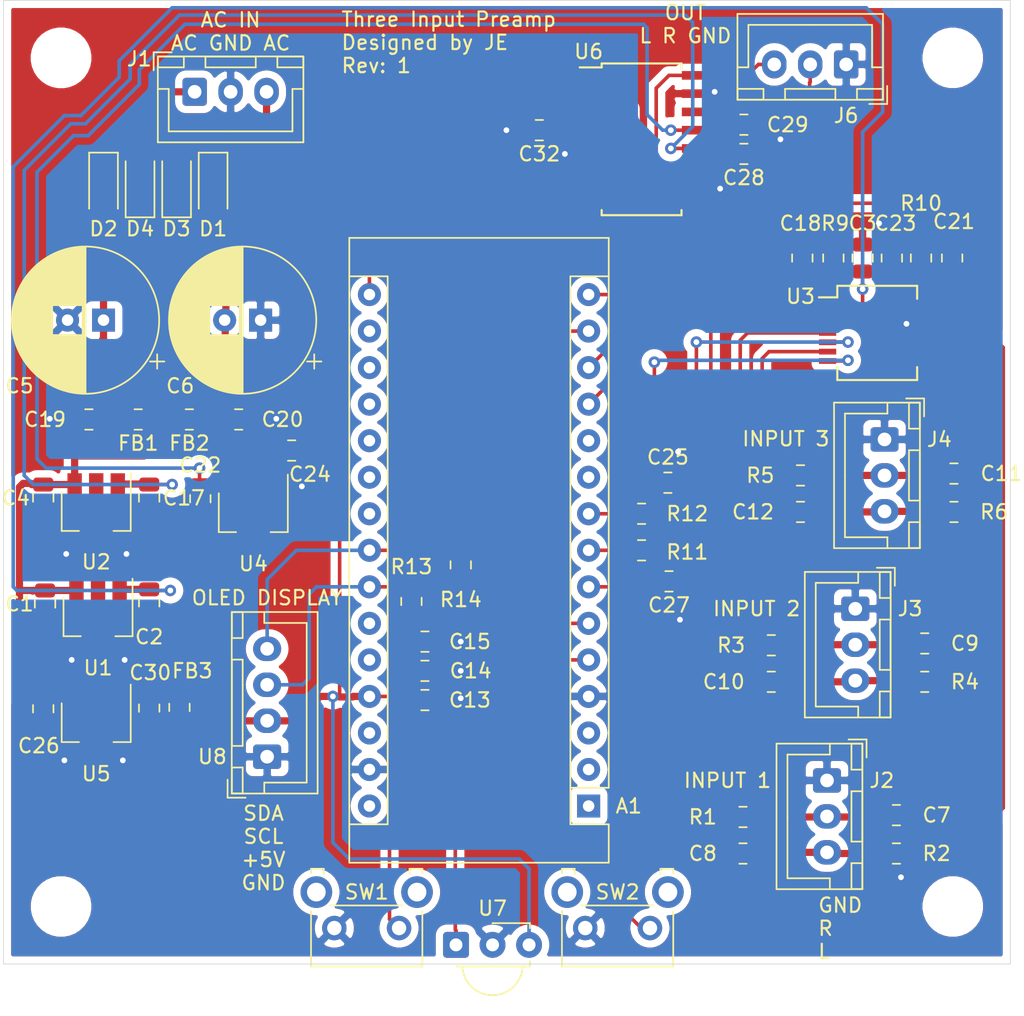
<source format=kicad_pcb>
(kicad_pcb (version 20171130) (host pcbnew 5.0.2-bee76a0~70~ubuntu18.04.1)
  (layers (0 F.Cu signal) (31 B.Cu signal) (34 B.Paste user) (35 F.Paste user) (36 B.SilkS user) (37 F.SilkS user) (38 B.Mask user) (39 F.Mask user) (44 Edge.Cuts user))
  (net 0 "")
  (net 1 /SCLK)
  (net 2 /MOSI)
  (net 3 "Net-(A1-Pad30)")
  (net 4 /MISO)
  (net 5 /CS)
  (net 6 "Net-(A1-Pad28)")
  (net 7 /ZCEN)
  (net 8 +5VD)
  (net 9 "Net-(A1-Pad11)")
  (net 10 "Net-(A1-Pad26)")
  (net 11 "Net-(A1-Pad10)")
  (net 12 "Net-(A1-Pad25)")
  (net 13 /Photodiode)
  (net 14 "Net-(A1-Pad24)")
  (net 15 /CNT2)
  (net 16 "Net-(A1-Pad23)")
  (net 17 /CNT1)
  (net 18 "Net-(A1-Pad22)")
  (net 19 /SWITCH2)
  (net 20 "Net-(A1-Pad21)")
  (net 21 /SWITCH1)
  (net 22 "Net-(A1-Pad20)")
  (net 23 "Net-(A1-Pad19)")
  (net 24 "Net-(A1-Pad3)")
  (net 25 "Net-(A1-Pad18)")
  (net 26 "Net-(A1-Pad2)")
  (net 27 "Net-(A1-Pad17)")
  (net 28 "Net-(A1-Pad1)")
  (net 29 /Unreg_pos)
  (net 30 +9VA)
  (net 31 GND)
  (net 32 /1_L)
  (net 33 /1_A)
  (net 34 /1_R)
  (net 35 /1_B)
  (net 36 /2_L)
  (net 37 /2_A)
  (net 38 /2_R)
  (net 39 /2_B)
  (net 40 /3_L)
  (net 41 /3_A)
  (net 42 /3_R)
  (net 43 /3_B)
  (net 44 +5VA)
  (net 45 -5VA)
  (net 46 "Net-(C23-Pad1)")
  (net 47 /Unreg_neg)
  (net 48 "Net-(D1-Pad1)")
  (net 49 "Net-(D2-Pad1)")
  (net 50 /Out_L)
  (net 51 /Out_R)
  (net 52 "Net-(U6-Pad8)")
  (net 53 "Net-(C18-Pad2)")
  (net 54 "Net-(C18-Pad1)")
  (net 55 "Net-(C21-Pad2)")
  (net 56 "Net-(C21-Pad1)")
  (net 57 "Net-(A1-Pad8)")
  (net 58 "Net-(U3-Pad8)")
  (net 59 "Net-(A1-Pad9)")
  (net 60 "Net-(C19-Pad1)")
  (net 61 "Net-(C20-Pad2)")
  (net 62 "Net-(C30-Pad2)")
  (module Capacitor_SMD:C_0805_2012Metric (layer F.Cu) (at 95.2985 116.586 180)
    (fp_text reference C15 (at -3.1265 0 180) (layer F.SilkS))
    (fp_text value 100n)
    (pad 2 smd roundrect (at 0.9375 0 180) (size 0.975 1.4) (layers F.Cu F.Paste F.Mask) (net 8 +5VD))
    (pad 1 smd roundrect (at -0.9375 0 180) (size 0.975 1.4) (layers F.Cu F.Paste F.Mask) (net 31 GND))
  )
  (module Capacitor_SMD:C_0805_2012Metric (layer F.Cu) (at 95.2985 118.618 180)
    (fp_text reference C14 (at -3.175 0 180) (layer F.SilkS))
    (fp_text value 4u7)
    (pad 2 smd roundrect (at 0.9375 0 180) (size 0.975 1.4) (layers F.Cu F.Paste F.Mask) (net 8 +5VD))
    (pad 1 smd roundrect (at -0.9375 0 180) (size 0.975 1.4) (layers F.Cu F.Paste F.Mask) (net 31 GND))
  )
  (module Capacitor_SMD:C_0805_2012Metric (layer F.Cu) (at 95.2985 120.65 180)
    (fp_text reference C13 (at -3.1265 0 180) (layer F.SilkS))
    (fp_text value 4u7)
    (pad 2 smd roundrect (at 0.9375 0 180) (size 0.975 1.4) (layers F.Cu F.Paste F.Mask) (net 8 +5VD))
    (pad 1 smd roundrect (at -0.9375 0 180) (size 0.975 1.4) (layers F.Cu F.Paste F.Mask) (net 31 GND))
  )
  (module MountingHole:MountingHole_3.2mm_M3 (layer F.Cu) (at 132 76)
    (fp_text reference H4 hide)
    (fp_text value MountingHole)
    (pad 1 np_thru_hole circle (at 0 0) (size 3.2 3.2) (drill 3.2) (layers *.Cu *.Mask))
  )
  (module MountingHole:MountingHole_3.2mm_M3 (layer F.Cu) (at 132 135)
    (fp_text reference H3 hide)
    (fp_text value MountingHole)
    (pad 1 np_thru_hole circle (at 0 0) (size 3.2 3.2) (drill 3.2) (layers *.Cu *.Mask))
  )
  (module MountingHole:MountingHole_3.2mm_M3 (layer F.Cu) (at 70 76)
    (fp_text reference H2 hide)
    (fp_text value MountingHole)
    (pad 1 np_thru_hole circle (at 0 0) (size 3.2 3.2) (drill 3.2) (layers *.Cu *.Mask))
  )
  (module MountingHole:MountingHole_3.2mm_M3 (layer F.Cu) (at 70 135)
    (fp_text reference H1 hide)
    (fp_text value MountingHole)
    (pad 1 np_thru_hole circle (at 0 0) (size 3.2 3.2) (drill 3.2) (layers *.Cu *.Mask))
  )
  (module Button_Switch_THT:SW_Tactile_SKHH_Angled (layer F.Cu) (at 93.5 136.5 180)
    (fp_text reference SW1 (at 2.25 2.5 180) (layer F.SilkS))
    (fp_text value SW_SPST)
    (pad "" thru_hole circle (at 5.75 2.5) (size 2.2 2.2) (drill 1.3) (layers *.Cu *.Mask))
    (pad "" thru_hole circle (at -1.25 2.5) (size 2.2 2.2) (drill 1.3) (layers *.Cu *.Mask))
    (pad 2 thru_hole circle (at 4.5 0) (size 1.7 1.7) (drill 1) (layers *.Cu *.Mask) (net 31 GND))
    (pad 1 thru_hole circle (at 0 0) (size 1.7 1.7) (drill 1) (layers *.Cu *.Mask) (net 21 /SWITCH1))
  )
  (module Button_Switch_THT:SW_Tactile_SKHH_Angled (layer F.Cu) (at 110.9445 136.5 180)
    (fp_text reference SW2 (at 2.25 2.5 180) (layer F.SilkS))
    (fp_text value SW_SPST)
    (pad "" thru_hole circle (at 5.75 2.5) (size 2.2 2.2) (drill 1.3) (layers *.Cu *.Mask))
    (pad "" thru_hole circle (at -1.25 2.5) (size 2.2 2.2) (drill 1.3) (layers *.Cu *.Mask))
    (pad 2 thru_hole circle (at 4.5 0) (size 1.7 1.7) (drill 1) (layers *.Cu *.Mask) (net 31 GND))
    (pad 1 thru_hole circle (at 0 0) (size 1.7 1.7) (drill 1) (layers *.Cu *.Mask) (net 19 /SWITCH2))
  )
  (module Inductor_SMD:L_0805_2012Metric (layer F.Cu) (at 78.232 121.158 270)
    (fp_text reference FB3 (at -2.54 -0.889) (layer F.SilkS))
    (fp_text value 1K)
    (pad 2 smd roundrect (at 0.9375 0 270) (size 0.975 1.4) (layers F.Cu F.Paste F.Mask) (net 8 +5VD))
    (pad 1 smd roundrect (at -0.9375 0 270) (size 0.975 1.4) (layers F.Cu F.Paste F.Mask) (net 62 "Net-(C30-Pad2)"))
  )
  (module Module:Arduino_Nano (layer F.Cu) (at 106.68 128.016 180)
    (fp_text reference A1 (at -2.794 0 180) (layer F.SilkS))
    (fp_text value Arduino_Nano_v3.x)
    (pad 16 thru_hole oval (at 15.24 35.56 180) (size 1.6 1.6) (drill 0.8) (layers *.Cu *.Mask) (net 1 /SCLK))
    (pad 15 thru_hole oval (at 0 35.56 180) (size 1.6 1.6) (drill 0.8) (layers *.Cu *.Mask) (net 2 /MOSI))
    (pad 30 thru_hole oval (at 15.24 0 180) (size 1.6 1.6) (drill 0.8) (layers *.Cu *.Mask) (net 3 "Net-(A1-Pad30)"))
    (pad 14 thru_hole oval (at 0 33.02 180) (size 1.6 1.6) (drill 0.8) (layers *.Cu *.Mask) (net 4 /MISO))
    (pad 29 thru_hole oval (at 15.24 2.54 180) (size 1.6 1.6) (drill 0.8) (layers *.Cu *.Mask) (net 31 GND))
    (pad 13 thru_hole oval (at 0 30.48 180) (size 1.6 1.6) (drill 0.8) (layers *.Cu *.Mask) (net 5 /CS))
    (pad 28 thru_hole oval (at 15.24 5.08 180) (size 1.6 1.6) (drill 0.8) (layers *.Cu *.Mask) (net 6 "Net-(A1-Pad28)"))
    (pad 12 thru_hole oval (at 0 27.94 180) (size 1.6 1.6) (drill 0.8) (layers *.Cu *.Mask) (net 7 /ZCEN))
    (pad 27 thru_hole oval (at 15.24 7.62 180) (size 1.6 1.6) (drill 0.8) (layers *.Cu *.Mask) (net 8 +5VD))
    (pad 11 thru_hole oval (at 0 25.4 180) (size 1.6 1.6) (drill 0.8) (layers *.Cu *.Mask) (net 9 "Net-(A1-Pad11)"))
    (pad 26 thru_hole oval (at 15.24 10.16 180) (size 1.6 1.6) (drill 0.8) (layers *.Cu *.Mask) (net 10 "Net-(A1-Pad26)"))
    (pad 10 thru_hole oval (at 0 22.86 180) (size 1.6 1.6) (drill 0.8) (layers *.Cu *.Mask) (net 11 "Net-(A1-Pad10)"))
    (pad 25 thru_hole oval (at 15.24 12.7 180) (size 1.6 1.6) (drill 0.8) (layers *.Cu *.Mask) (net 12 "Net-(A1-Pad25)"))
    (pad 9 thru_hole oval (at 0 20.32 180) (size 1.6 1.6) (drill 0.8) (layers *.Cu *.Mask) (net 59 "Net-(A1-Pad9)"))
    (pad 24 thru_hole oval (at 15.24 15.24 180) (size 1.6 1.6) (drill 0.8) (layers *.Cu *.Mask) (net 14 "Net-(A1-Pad24)"))
    (pad 8 thru_hole oval (at 0 17.78 180) (size 1.6 1.6) (drill 0.8) (layers *.Cu *.Mask) (net 57 "Net-(A1-Pad8)"))
    (pad 23 thru_hole oval (at 15.24 17.78 180) (size 1.6 1.6) (drill 0.8) (layers *.Cu *.Mask) (net 16 "Net-(A1-Pad23)"))
    (pad 7 thru_hole oval (at 0 15.24 180) (size 1.6 1.6) (drill 0.8) (layers *.Cu *.Mask) (net 19 /SWITCH2))
    (pad 22 thru_hole oval (at 15.24 20.32 180) (size 1.6 1.6) (drill 0.8) (layers *.Cu *.Mask) (net 18 "Net-(A1-Pad22)"))
    (pad 6 thru_hole oval (at 0 12.7 180) (size 1.6 1.6) (drill 0.8) (layers *.Cu *.Mask) (net 21 /SWITCH1))
    (pad 21 thru_hole oval (at 15.24 22.86 180) (size 1.6 1.6) (drill 0.8) (layers *.Cu *.Mask) (net 20 "Net-(A1-Pad21)"))
    (pad 5 thru_hole oval (at 0 10.16 180) (size 1.6 1.6) (drill 0.8) (layers *.Cu *.Mask) (net 13 /Photodiode))
    (pad 20 thru_hole oval (at 15.24 25.4 180) (size 1.6 1.6) (drill 0.8) (layers *.Cu *.Mask) (net 22 "Net-(A1-Pad20)"))
    (pad 4 thru_hole oval (at 0 7.62 180) (size 1.6 1.6) (drill 0.8) (layers *.Cu *.Mask) (net 31 GND))
    (pad 19 thru_hole oval (at 15.24 27.94 180) (size 1.6 1.6) (drill 0.8) (layers *.Cu *.Mask) (net 23 "Net-(A1-Pad19)"))
    (pad 3 thru_hole oval (at 0 5.08 180) (size 1.6 1.6) (drill 0.8) (layers *.Cu *.Mask) (net 24 "Net-(A1-Pad3)"))
    (pad 18 thru_hole oval (at 15.24 30.48 180) (size 1.6 1.6) (drill 0.8) (layers *.Cu *.Mask) (net 25 "Net-(A1-Pad18)"))
    (pad 2 thru_hole oval (at 0 2.54 180) (size 1.6 1.6) (drill 0.8) (layers *.Cu *.Mask) (net 26 "Net-(A1-Pad2)"))
    (pad 17 thru_hole oval (at 15.24 33.02 180) (size 1.6 1.6) (drill 0.8) (layers *.Cu *.Mask) (net 27 "Net-(A1-Pad17)"))
    (pad 1 thru_hole rect (at 0 0 180) (size 1.6 1.6) (drill 0.8) (layers *.Cu *.Mask) (net 28 "Net-(A1-Pad1)"))
  )
  (module Resistor_SMD:R_0805_2012Metric (layer F.Cu) (at 110.363 107.696)
    (fp_text reference R12 (at 3.175 0) (layer F.SilkS))
    (fp_text value 100K)
    (pad 2 smd roundrect (at 0.9375 0) (size 0.975 1.4) (layers F.Cu F.Paste F.Mask) (net 15 /CNT2))
    (pad 1 smd roundrect (at -0.9375 0) (size 0.975 1.4) (layers F.Cu F.Paste F.Mask) (net 59 "Net-(A1-Pad9)"))
  )
  (module Package_SO:SSOP-14_5.3x6.2mm_P0.65mm (layer F.Cu) (at 126.746 95.123)
    (fp_text reference U3 (at -5.334 -2.54) (layer F.SilkS))
    (fp_text value NJM2753)
    (pad 14 smd rect (at 3.45 -1.95) (size 1.2 0.4) (layers F.Cu F.Paste F.Mask) (net 56 "Net-(C21-Pad1)"))
    (pad 13 smd rect (at 3.45 -1.3) (size 1.2 0.4) (layers F.Cu F.Paste F.Mask) (net 35 /1_B))
    (pad 12 smd rect (at 3.45 -0.65) (size 1.2 0.4) (layers F.Cu F.Paste F.Mask) (net 31 GND))
    (pad 11 smd rect (at 3.45 0) (size 1.2 0.4) (layers F.Cu F.Paste F.Mask) (net 39 /2_B))
    (pad 10 smd rect (at 3.45 0.65) (size 1.2 0.4) (layers F.Cu F.Paste F.Mask) (net 46 "Net-(C23-Pad1)"))
    (pad 9 smd rect (at 3.45 1.3) (size 1.2 0.4) (layers F.Cu F.Paste F.Mask) (net 43 /3_B))
    (pad 8 smd rect (at 3.45 1.95) (size 1.2 0.4) (layers F.Cu F.Paste F.Mask) (net 58 "Net-(U3-Pad8)"))
    (pad 7 smd rect (at -3.45 1.95) (size 1.2 0.4) (layers F.Cu F.Paste F.Mask) (net 15 /CNT2))
    (pad 6 smd rect (at -3.45 1.3) (size 1.2 0.4) (layers F.Cu F.Paste F.Mask) (net 41 /3_A))
    (pad 5 smd rect (at -3.45 0.65) (size 1.2 0.4) (layers F.Cu F.Paste F.Mask) (net 17 /CNT1))
    (pad 4 smd rect (at -3.45 0) (size 1.2 0.4) (layers F.Cu F.Paste F.Mask) (net 37 /2_A))
    (pad 3 smd rect (at -3.45 -0.65) (size 1.2 0.4) (layers F.Cu F.Paste F.Mask) (net 30 +9VA))
    (pad 2 smd rect (at -3.45 -1.3) (size 1.2 0.4) (layers F.Cu F.Paste F.Mask) (net 33 /1_A))
    (pad 1 smd rect (at -3.45 -1.95) (size 1.2 0.4) (layers F.Cu F.Paste F.Mask) (net 53 "Net-(C18-Pad2)"))
  )
  (module Connector_JST:JST_XH_B4B-XH-A_1x04_P2.50mm_Vertical (layer F.Cu) (at 84.328 124.587 90)
    (fp_text reference U8 (at 0 -3.81 180) (layer F.SilkS))
    (fp_text value OLED_128x64)
    (pad 4 thru_hole oval (at 7.5 0 90) (size 1.7 1.95) (drill 0.95) (layers *.Cu *.Mask) (net 16 "Net-(A1-Pad23)"))
    (pad 3 thru_hole oval (at 5 0 90) (size 1.7 1.95) (drill 0.95) (layers *.Cu *.Mask) (net 14 "Net-(A1-Pad24)"))
    (pad 2 thru_hole oval (at 2.5 0 90) (size 1.7 1.95) (drill 0.95) (layers *.Cu *.Mask) (net 8 +5VD))
    (pad 1 thru_hole roundrect (at 0 0 90) (size 1.7 1.95) (drill 0.95) (layers *.Cu *.Mask) (roundrect_rratio 0.147059) (net 31 GND))
  )
  (module Resistor_SMD:R_0805_2012Metric (layer F.Cu) (at 97.79 111.252 90)
    (fp_text reference R14 (at -2.413 0 180) (layer F.SilkS))
    (fp_text value 10K)
    (pad 2 smd roundrect (at 0.9375 0 90) (size 0.975 1.4) (layers F.Cu F.Paste F.Mask) (net 16 "Net-(A1-Pad23)"))
    (pad 1 smd roundrect (at -0.9375 0 90) (size 0.975 1.4) (layers F.Cu F.Paste F.Mask) (net 8 +5VD))
  )
  (module Resistor_SMD:R_0805_2012Metric (layer F.Cu) (at 94.361 113.792 90)
    (fp_text reference R13 (at 2.413 0 180) (layer F.SilkS))
    (fp_text value 10K)
    (pad 2 smd roundrect (at 0.9375 0 90) (size 0.975 1.4) (layers F.Cu F.Paste F.Mask) (net 14 "Net-(A1-Pad24)"))
    (pad 1 smd roundrect (at -0.9375 0 90) (size 0.975 1.4) (layers F.Cu F.Paste F.Mask) (net 8 +5VD))
  )
  (module Capacitor_SMD:C_0805_2012Metric (layer F.Cu) (at 121.412 107.569 180)
    (fp_text reference C12 (at 3.302 0 180) (layer F.SilkS))
    (fp_text value 1u)
    (pad 1 smd roundrect (at -0.9375 0 180) (size 0.975 1.4) (layers F.Cu F.Paste F.Mask) (net 40 /3_L))
    (pad 2 smd roundrect (at 0.9375 0 180) (size 0.975 1.4) (layers F.Cu F.Paste F.Mask) (net 41 /3_A))
  )
  (module Capacitor_SMD:C_0805_2012Metric (layer F.Cu) (at 132.08 104.902)
    (fp_text reference C11 (at 3.302 0) (layer F.SilkS))
    (fp_text value 1u)
    (pad 1 smd roundrect (at -0.9375 0) (size 0.975 1.4) (layers F.Cu F.Paste F.Mask) (net 42 /3_R))
    (pad 2 smd roundrect (at 0.9375 0) (size 0.975 1.4) (layers F.Cu F.Paste F.Mask) (net 43 /3_B))
  )
  (module Capacitor_SMD:C_0805_2012Metric (layer F.Cu) (at 119.38 119.38 180)
    (fp_text reference C10 (at 3.302 0 180) (layer F.SilkS))
    (fp_text value 1u)
    (pad 1 smd roundrect (at -0.9375 0 180) (size 0.975 1.4) (layers F.Cu F.Paste F.Mask) (net 36 /2_L))
    (pad 2 smd roundrect (at 0.9375 0 180) (size 0.975 1.4) (layers F.Cu F.Paste F.Mask) (net 37 /2_A))
  )
  (module Capacitor_SMD:C_0805_2012Metric (layer F.Cu) (at 130.048 116.713)
    (fp_text reference C9 (at 2.794 0) (layer F.SilkS))
    (fp_text value 1u)
    (pad 1 smd roundrect (at -0.9375 0) (size 0.975 1.4) (layers F.Cu F.Paste F.Mask) (net 38 /2_R))
    (pad 2 smd roundrect (at 0.9375 0) (size 0.975 1.4) (layers F.Cu F.Paste F.Mask) (net 39 /2_B))
  )
  (module Capacitor_SMD:C_0805_2012Metric (layer F.Cu) (at 117.412 131.318 180)
    (fp_text reference C8 (at 2.794 0 180) (layer F.SilkS))
    (fp_text value 1u)
    (pad 1 smd roundrect (at -0.9375 0 180) (size 0.975 1.4) (layers F.Cu F.Paste F.Mask) (net 32 /1_L))
    (pad 2 smd roundrect (at 0.9375 0 180) (size 0.975 1.4) (layers F.Cu F.Paste F.Mask) (net 33 /1_A))
  )
  (module Capacitor_SMD:C_0805_2012Metric (layer F.Cu) (at 128.08 128.651)
    (fp_text reference C7 (at 2.794 0) (layer F.SilkS))
    (fp_text value 1u)
    (pad 1 smd roundrect (at -0.9375 0) (size 0.975 1.4) (layers F.Cu F.Paste F.Mask) (net 34 /1_R))
    (pad 2 smd roundrect (at 0.9375 0) (size 0.975 1.4) (layers F.Cu F.Paste F.Mask) (net 35 /1_B))
  )
  (module Resistor_SMD:R_0805_2012Metric (layer F.Cu) (at 110.363 110.236 180)
    (fp_text reference R11 (at -3.175 -0.127 180) (layer F.SilkS))
    (fp_text value 100K)
    (pad 2 smd roundrect (at 0.9375 0 180) (size 0.975 1.4) (layers F.Cu F.Paste F.Mask) (net 57 "Net-(A1-Pad8)"))
    (pad 1 smd roundrect (at -0.9375 0 180) (size 0.975 1.4) (layers F.Cu F.Paste F.Mask) (net 17 /CNT1))
  )
  (module Capacitor_SMD:C_0805_2012Metric (layer F.Cu) (at 112.268 112.395)
    (fp_text reference C27 (at 0 1.651) (layer F.SilkS))
    (fp_text value 1u)
    (pad 2 smd roundrect (at 0.9375 0) (size 0.975 1.4) (layers F.Cu F.Paste F.Mask) (net 31 GND))
    (pad 1 smd roundrect (at -0.9375 0) (size 0.975 1.4) (layers F.Cu F.Paste F.Mask) (net 17 /CNT1))
  )
  (module Capacitor_SMD:C_0805_2012Metric (layer F.Cu) (at 112.1895 105.537 180)
    (fp_text reference C25 (at 0 1.778 180) (layer F.SilkS))
    (fp_text value 1u)
    (pad 2 smd roundrect (at 0.9375 0 180) (size 0.975 1.4) (layers F.Cu F.Paste F.Mask) (net 15 /CNT2))
    (pad 1 smd roundrect (at -0.9375 0 180) (size 0.975 1.4) (layers F.Cu F.Paste F.Mask) (net 31 GND))
  )
  (module Capacitor_SMD:C_0805_2012Metric (layer F.Cu) (at 131.953 89.916 90)
    (fp_text reference C21 (at 2.54 0.127 180) (layer F.SilkS))
    (fp_text value 4u7)
    (pad 2 smd roundrect (at 0.9375 0 90) (size 0.975 1.4) (layers F.Cu F.Paste F.Mask) (net 55 "Net-(C21-Pad2)"))
    (pad 1 smd roundrect (at -0.9375 0 90) (size 0.975 1.4) (layers F.Cu F.Paste F.Mask) (net 56 "Net-(C21-Pad1)"))
  )
  (module Capacitor_SMD:C_0805_2012Metric (layer F.Cu) (at 121.539 89.916 270)
    (fp_text reference C18 (at -2.413 0.127) (layer F.SilkS))
    (fp_text value 4u7)
    (pad 2 smd roundrect (at 0.9375 0 270) (size 0.975 1.4) (layers F.Cu F.Paste F.Mask) (net 53 "Net-(C18-Pad2)"))
    (pad 1 smd roundrect (at -0.9375 0 270) (size 0.975 1.4) (layers F.Cu F.Paste F.Mask) (net 54 "Net-(C18-Pad1)"))
  )
  (module OptoDevice:Vishay_MINICAST-3Pin (layer F.Cu) (at 97.46 137.668)
    (fp_text reference U7 (at 2.54 -2.54 180) (layer F.SilkS))
    (fp_text value TSOP38438)
    (pad 3 thru_hole circle (at 5.08 0) (size 1.8 1.8) (drill 0.9) (layers *.Cu *.Mask) (net 8 +5VD))
    (pad 2 thru_hole circle (at 2.54 0) (size 1.8 1.8) (drill 0.9) (layers *.Cu *.Mask) (net 31 GND))
    (pad 1 thru_hole roundrect (at 0 0) (size 1.8 1.8) (drill 0.9) (layers *.Cu *.Mask) (roundrect_rratio 0.139) (net 13 /Photodiode))
  )
  (module Package_SO:SOIC-16W_5.3x10.2mm_P1.27mm (layer F.Cu) (at 110.363 81.661)
    (fp_text reference U6 (at -3.683 -6.096) (layer F.SilkS))
    (fp_text value PGA2311)
    (pad 16 smd rect (at 3.55 -4.445) (size 1.5 0.6) (layers F.Cu F.Paste F.Mask) (net 54 "Net-(C18-Pad1)"))
    (pad 15 smd rect (at 3.55 -3.175) (size 1.5 0.6) (layers F.Cu F.Paste F.Mask) (net 31 GND))
    (pad 14 smd rect (at 3.55 -1.905) (size 1.5 0.6) (layers F.Cu F.Paste F.Mask) (net 50 /Out_L))
    (pad 13 smd rect (at 3.55 -0.635) (size 1.5 0.6) (layers F.Cu F.Paste F.Mask) (net 45 -5VA))
    (pad 12 smd rect (at 3.55 0.635) (size 1.5 0.6) (layers F.Cu F.Paste F.Mask) (net 44 +5VA))
    (pad 11 smd rect (at 3.55 1.905) (size 1.5 0.6) (layers F.Cu F.Paste F.Mask) (net 51 /Out_R))
    (pad 10 smd rect (at 3.55 3.175) (size 1.5 0.6) (layers F.Cu F.Paste F.Mask) (net 31 GND))
    (pad 9 smd rect (at 3.55 4.445) (size 1.5 0.6) (layers F.Cu F.Paste F.Mask) (net 55 "Net-(C21-Pad2)"))
    (pad 8 smd rect (at -3.55 4.445) (size 1.5 0.6) (layers F.Cu F.Paste F.Mask) (net 52 "Net-(U6-Pad8)"))
    (pad 7 smd rect (at -3.55 3.175) (size 1.5 0.6) (layers F.Cu F.Paste F.Mask) (net 4 /MISO))
    (pad 6 smd rect (at -3.55 1.905) (size 1.5 0.6) (layers F.Cu F.Paste F.Mask) (net 1 /SCLK))
    (pad 5 smd rect (at -3.55 0.635) (size 1.5 0.6) (layers F.Cu F.Paste F.Mask) (net 31 GND))
    (pad 4 smd rect (at -3.55 -0.635) (size 1.5 0.6) (layers F.Cu F.Paste F.Mask) (net 8 +5VD))
    (pad 3 smd rect (at -3.55 -1.905) (size 1.5 0.6) (layers F.Cu F.Paste F.Mask) (net 2 /MOSI))
    (pad 2 smd rect (at -3.55 -3.175) (size 1.5 0.6) (layers F.Cu F.Paste F.Mask) (net 5 /CS))
    (pad 1 smd rect (at -3.55 -4.445) (size 1.5 0.6) (layers F.Cu F.Paste F.Mask) (net 7 /ZCEN))
  )
  (module Package_TO_SOT_SMD:SOT-89-3 (layer F.Cu) (at 72.444 121.7902 270)
    (fp_text reference U5 (at 3.9878 0) (layer F.SilkS))
    (fp_text value L78L05_SOT89)
    (pad 2 smd trapezoid (at -0.0762 0) (size 1.5 1) (rect_delta 0 0.7) (layers F.Cu F.Paste F.Mask) (net 31 GND))
    (pad 2 smd rect (at 1.3335 0 180) (size 2.2 1.84) (layers F.Cu F.Paste F.Mask) (net 31 GND))
    (pad 3 smd rect (at -1.48 1.5 180) (size 1 1.5) (layers F.Cu F.Paste F.Mask) (net 29 /Unreg_pos))
    (pad 2 smd rect (at -1.3335 0 180) (size 1 1.8) (layers F.Cu F.Paste F.Mask) (net 31 GND))
    (pad 1 smd rect (at -1.48 -1.5 180) (size 1 1.5) (layers F.Cu F.Paste F.Mask) (net 62 "Net-(C30-Pad2)"))
    (pad 2 smd trapezoid (at 2.667 0 180) (size 1.6 0.85) (rect_delta 0 0.6) (layers F.Cu F.Paste F.Mask) (net 31 GND))
  )
  (module Package_TO_SOT_SMD:SOT-89-3 (layer F.Cu) (at 83.366 107.192 270)
    (fp_text reference U4 (at 3.981 0) (layer F.SilkS))
    (fp_text value L79L05_SOT89)
    (pad 2 smd trapezoid (at -0.0762 0) (size 1.5 1) (rect_delta 0 0.7) (layers F.Cu F.Paste F.Mask) (net 47 /Unreg_neg))
    (pad 2 smd rect (at 1.3335 0 180) (size 2.2 1.84) (layers F.Cu F.Paste F.Mask) (net 47 /Unreg_neg))
    (pad 3 smd rect (at -1.48 1.5 180) (size 1 1.5) (layers F.Cu F.Paste F.Mask) (net 45 -5VA))
    (pad 2 smd rect (at -1.3335 0 180) (size 1 1.8) (layers F.Cu F.Paste F.Mask) (net 47 /Unreg_neg))
    (pad 1 smd rect (at -1.48 -1.5 180) (size 1 1.5) (layers F.Cu F.Paste F.Mask) (net 31 GND))
    (pad 2 smd trapezoid (at 2.667 0 180) (size 1.6 0.85) (rect_delta 0 0.6) (layers F.Cu F.Paste F.Mask) (net 47 /Unreg_neg))
  )
  (module Package_TO_SOT_SMD:SOT-89-3 (layer F.Cu) (at 72.444 107.109 270)
    (fp_text reference U2 (at 3.937 0) (layer F.SilkS))
    (fp_text value L78L05_SOT89)
    (pad 2 smd trapezoid (at -0.0762 0) (size 1.5 1) (rect_delta 0 0.7) (layers F.Cu F.Paste F.Mask) (net 31 GND))
    (pad 2 smd rect (at 1.3335 0 180) (size 2.2 1.84) (layers F.Cu F.Paste F.Mask) (net 31 GND))
    (pad 3 smd rect (at -1.48 1.5 180) (size 1 1.5) (layers F.Cu F.Paste F.Mask) (net 29 /Unreg_pos))
    (pad 2 smd rect (at -1.3335 0 180) (size 1 1.8) (layers F.Cu F.Paste F.Mask) (net 31 GND))
    (pad 1 smd rect (at -1.48 -1.5 180) (size 1 1.5) (layers F.Cu F.Paste F.Mask) (net 44 +5VA))
    (pad 2 smd trapezoid (at 2.667 0 180) (size 1.6 0.85) (rect_delta 0 0.6) (layers F.Cu F.Paste F.Mask) (net 31 GND))
  )
  (module Package_TO_SOT_SMD:SOT-89-3 (layer F.Cu) (at 72.571 114.431 270)
    (fp_text reference U1 (at 3.981 0) (layer F.SilkS))
    (fp_text value L78L09_SOT89)
    (pad 2 smd trapezoid (at -0.0762 0) (size 1.5 1) (rect_delta 0 0.7) (layers F.Cu F.Paste F.Mask) (net 31 GND))
    (pad 2 smd rect (at 1.3335 0 180) (size 2.2 1.84) (layers F.Cu F.Paste F.Mask) (net 31 GND))
    (pad 3 smd rect (at -1.48 1.5 180) (size 1 1.5) (layers F.Cu F.Paste F.Mask) (net 29 /Unreg_pos))
    (pad 2 smd rect (at -1.3335 0 180) (size 1 1.8) (layers F.Cu F.Paste F.Mask) (net 31 GND))
    (pad 1 smd rect (at -1.48 -1.5 180) (size 1 1.5) (layers F.Cu F.Paste F.Mask) (net 30 +9VA))
    (pad 2 smd trapezoid (at 2.667 0 180) (size 1.6 0.85) (rect_delta 0 0.6) (layers F.Cu F.Paste F.Mask) (net 31 GND))
  )
  (module Resistor_SMD:R_0805_2012Metric (layer F.Cu) (at 129.794 89.916 90)
    (fp_text reference R10 (at 3.81 0 180) (layer F.SilkS))
    (fp_text value 100K)
    (pad 2 smd roundrect (at 0.9375 0 90) (size 0.975 1.4) (layers F.Cu F.Paste F.Mask) (net 31 GND))
    (pad 1 smd roundrect (at -0.9375 0 90) (size 0.975 1.4) (layers F.Cu F.Paste F.Mask) (net 56 "Net-(C21-Pad1)"))
  )
  (module Resistor_SMD:R_0805_2012Metric (layer F.Cu) (at 123.698 89.916 90)
    (fp_text reference R9 (at 2.413 0.127 180) (layer F.SilkS))
    (fp_text value 100K)
    (pad 2 smd roundrect (at 0.9375 0 90) (size 0.975 1.4) (layers F.Cu F.Paste F.Mask) (net 31 GND))
    (pad 1 smd roundrect (at -0.9375 0 90) (size 0.975 1.4) (layers F.Cu F.Paste F.Mask) (net 53 "Net-(C18-Pad2)"))
  )
  (module Resistor_SMD:R_0805_2012Metric (layer F.Cu) (at 132.08 107.569)
    (fp_text reference R6 (at 2.794 0) (layer F.SilkS))
    (fp_text value 47K)
    (pad 2 smd roundrect (at 0.9375 0) (size 0.975 1.4) (layers F.Cu F.Paste F.Mask) (net 31 GND))
    (pad 1 smd roundrect (at -0.9375 0) (size 0.975 1.4) (layers F.Cu F.Paste F.Mask) (net 40 /3_L))
  )
  (module Resistor_SMD:R_0805_2012Metric (layer F.Cu) (at 121.412 105.029 180)
    (fp_text reference R5 (at 2.794 0 180) (layer F.SilkS))
    (fp_text value 47K)
    (pad 2 smd roundrect (at 0.9375 0 180) (size 0.975 1.4) (layers F.Cu F.Paste F.Mask) (net 31 GND))
    (pad 1 smd roundrect (at -0.9375 0 180) (size 0.975 1.4) (layers F.Cu F.Paste F.Mask) (net 42 /3_R))
  )
  (module Resistor_SMD:R_0805_2012Metric (layer F.Cu) (at 130.048 119.38)
    (fp_text reference R4 (at 2.794 0) (layer F.SilkS))
    (fp_text value 47K)
    (pad 2 smd roundrect (at 0.9375 0) (size 0.975 1.4) (layers F.Cu F.Paste F.Mask) (net 31 GND))
    (pad 1 smd roundrect (at -0.9375 0) (size 0.975 1.4) (layers F.Cu F.Paste F.Mask) (net 36 /2_L))
  )
  (module Resistor_SMD:R_0805_2012Metric (layer F.Cu) (at 119.38 116.84 180)
    (fp_text reference R3 (at 2.794 0 180) (layer F.SilkS))
    (fp_text value 47K)
    (pad 2 smd roundrect (at 0.9375 0 180) (size 0.975 1.4) (layers F.Cu F.Paste F.Mask) (net 31 GND))
    (pad 1 smd roundrect (at -0.9375 0 180) (size 0.975 1.4) (layers F.Cu F.Paste F.Mask) (net 38 /2_R))
  )
  (module Resistor_SMD:R_0805_2012Metric (layer F.Cu) (at 128.08 131.318)
    (fp_text reference R2 (at 2.794 0) (layer F.SilkS))
    (fp_text value 47K)
    (pad 2 smd roundrect (at 0.9375 0) (size 0.975 1.4) (layers F.Cu F.Paste F.Mask) (net 31 GND))
    (pad 1 smd roundrect (at -0.9375 0) (size 0.975 1.4) (layers F.Cu F.Paste F.Mask) (net 32 /1_L))
  )
  (module Resistor_SMD:R_0805_2012Metric (layer F.Cu) (at 117.412 128.778 180)
    (fp_text reference R1 (at 2.794 0 180) (layer F.SilkS))
    (fp_text value 47K)
    (pad 2 smd roundrect (at 0.9375 0 180) (size 0.975 1.4) (layers F.Cu F.Paste F.Mask) (net 31 GND))
    (pad 1 smd roundrect (at -0.9375 0 180) (size 0.975 1.4) (layers F.Cu F.Paste F.Mask) (net 34 /1_R))
  )
  (module Connector_JST:JST_XH_B3B-XH-A_1x03_P2.50mm_Vertical (layer F.Cu) (at 124.587 76.454 180)
    (fp_text reference J6 (at 0 -3.556 180) (layer F.SilkS))
    (fp_text value JST_XH_3)
    (pad 3 thru_hole oval (at 5 0 180) (size 1.7 1.95) (drill 0.95) (layers *.Cu *.Mask) (net 50 /Out_L))
    (pad 2 thru_hole oval (at 2.5 0 180) (size 1.7 1.95) (drill 0.95) (layers *.Cu *.Mask) (net 51 /Out_R))
    (pad 1 thru_hole roundrect (at 0 0 180) (size 1.7 1.95) (drill 0.95) (layers *.Cu *.Mask) (roundrect_rratio 0.147059) (net 31 GND))
  )
  (module Connector_JST:JST_XH_B3B-XH-A_1x03_P2.50mm_Vertical (layer F.Cu) (at 127.254 102.529 270)
    (fp_text reference J4 (at 0 -3.81) (layer F.SilkS))
    (fp_text value JST_XH_3)
    (pad 3 thru_hole oval (at 5 0 270) (size 1.7 1.95) (drill 0.95) (layers *.Cu *.Mask) (net 40 /3_L))
    (pad 2 thru_hole oval (at 2.5 0 270) (size 1.7 1.95) (drill 0.95) (layers *.Cu *.Mask) (net 42 /3_R))
    (pad 1 thru_hole roundrect (at 0 0 270) (size 1.7 1.95) (drill 0.95) (layers *.Cu *.Mask) (roundrect_rratio 0.147059) (net 31 GND))
  )
  (module Connector_JST:JST_XH_B3B-XH-A_1x03_P2.50mm_Vertical (layer F.Cu) (at 125.222 114.3 270)
    (fp_text reference J3 (at 0 -3.81) (layer F.SilkS))
    (fp_text value JST_XH_3)
    (pad 3 thru_hole oval (at 5 0 270) (size 1.7 1.95) (drill 0.95) (layers *.Cu *.Mask) (net 36 /2_L))
    (pad 2 thru_hole oval (at 2.5 0 270) (size 1.7 1.95) (drill 0.95) (layers *.Cu *.Mask) (net 38 /2_R))
    (pad 1 thru_hole roundrect (at 0 0 270) (size 1.7 1.95) (drill 0.95) (layers *.Cu *.Mask) (roundrect_rratio 0.147059) (net 31 GND))
  )
  (module Connector_JST:JST_XH_B3B-XH-A_1x03_P2.50mm_Vertical (layer F.Cu) (at 123.254 126.238 270)
    (fp_text reference J2 (at 0 -3.81) (layer F.SilkS))
    (fp_text value JST_XH_3)
    (pad 3 thru_hole oval (at 5 0 270) (size 1.7 1.95) (drill 0.95) (layers *.Cu *.Mask) (net 32 /1_L))
    (pad 2 thru_hole oval (at 2.5 0 270) (size 1.7 1.95) (drill 0.95) (layers *.Cu *.Mask) (net 34 /1_R))
    (pad 1 thru_hole roundrect (at 0 0 270) (size 1.7 1.95) (drill 0.95) (layers *.Cu *.Mask) (roundrect_rratio 0.147059) (net 31 GND))
  )
  (module Connector_JST:JST_XH_B3B-XH-A_1x03_P2.50mm_Vertical (layer F.Cu) (at 79.288 78.359)
    (fp_text reference J1 (at -3.85 -2.286) (layer F.SilkS))
    (fp_text value AC)
    (pad 3 thru_hole oval (at 5 0) (size 1.7 1.95) (drill 0.95) (layers *.Cu *.Mask) (net 48 "Net-(D1-Pad1)"))
    (pad 2 thru_hole oval (at 2.5 0) (size 1.7 1.95) (drill 0.95) (layers *.Cu *.Mask) (net 31 GND))
    (pad 1 thru_hole roundrect (at 0 0) (size 1.7 1.95) (drill 0.95) (layers *.Cu *.Mask) (roundrect_rratio 0.147059) (net 49 "Net-(D2-Pad1)"))
  )
  (module Inductor_SMD:L_0805_2012Metric (layer F.Cu) (at 78.921 101.14 180)
    (fp_text reference FB2 (at 0 -1.651) (layer F.SilkS))
    (fp_text value 1K)
    (pad 2 smd roundrect (at 0.9375 0 180) (size 0.975 1.4) (layers F.Cu F.Paste F.Mask) (net 47 /Unreg_neg))
    (pad 1 smd roundrect (at -0.9375 0 180) (size 0.975 1.4) (layers F.Cu F.Paste F.Mask) (net 61 "Net-(C20-Pad2)"))
  )
  (module Inductor_SMD:L_0805_2012Metric (layer F.Cu) (at 75.365 101.14 180)
    (fp_text reference FB1 (at 0 -1.651) (layer F.SilkS))
    (fp_text value 1K)
    (pad 2 smd roundrect (at 0.9375 0 180) (size 0.975 1.4) (layers F.Cu F.Paste F.Mask) (net 60 "Net-(C19-Pad1)"))
    (pad 1 smd roundrect (at -0.9375 0 180) (size 0.975 1.4) (layers F.Cu F.Paste F.Mask) (net 29 /Unreg_pos))
  )
  (module Diode_SMD:D_SOD-123 (layer F.Cu) (at 75.492 84.836 90)
    (fp_text reference D4 (at -3.048 0 180) (layer F.SilkS))
    (fp_text value 1N4001)
    (pad 2 smd rect (at 1.65 0 90) (size 0.9 1.2) (layers F.Cu F.Paste F.Mask) (net 49 "Net-(D2-Pad1)"))
    (pad 1 smd rect (at -1.65 0 90) (size 0.9 1.2) (layers F.Cu F.Paste F.Mask) (net 60 "Net-(C19-Pad1)"))
  )
  (module Diode_SMD:D_SOD-123 (layer F.Cu) (at 78.032 84.836 90)
    (fp_text reference D3 (at -3.048 0 180) (layer F.SilkS))
    (fp_text value 1N4001)
    (pad 2 smd rect (at 1.65 0 90) (size 0.9 1.2) (layers F.Cu F.Paste F.Mask) (net 48 "Net-(D1-Pad1)"))
    (pad 1 smd rect (at -1.65 0 90) (size 0.9 1.2) (layers F.Cu F.Paste F.Mask) (net 60 "Net-(C19-Pad1)"))
  )
  (module Diode_SMD:D_SOD-123 (layer F.Cu) (at 72.952 84.836 270)
    (fp_text reference D2 (at 3.048 0) (layer F.SilkS))
    (fp_text value 1N4001)
    (pad 2 smd rect (at 1.65 0 270) (size 0.9 1.2) (layers F.Cu F.Paste F.Mask) (net 61 "Net-(C20-Pad2)"))
    (pad 1 smd rect (at -1.65 0 270) (size 0.9 1.2) (layers F.Cu F.Paste F.Mask) (net 49 "Net-(D2-Pad1)"))
  )
  (module Diode_SMD:D_SOD-123 (layer F.Cu) (at 80.572 84.836 270)
    (fp_text reference D1 (at 3.048 0) (layer F.SilkS))
    (fp_text value 1N4001)
    (pad 2 smd rect (at 1.65 0 270) (size 0.9 1.2) (layers F.Cu F.Paste F.Mask) (net 61 "Net-(C20-Pad2)"))
    (pad 1 smd rect (at -1.65 0 270) (size 0.9 1.2) (layers F.Cu F.Paste F.Mask) (net 48 "Net-(D1-Pad1)"))
  )
  (module Capacitor_SMD:C_0805_2012Metric (layer F.Cu) (at 103.251 81.026 180)
    (fp_text reference C32 (at 0 -1.65 180) (layer F.SilkS))
    (fp_text value 100n)
    (pad 2 smd roundrect (at 0.9375 0 180) (size 0.975 1.4) (layers F.Cu F.Paste F.Mask) (net 31 GND))
    (pad 1 smd roundrect (at -0.9375 0 180) (size 0.975 1.4) (layers F.Cu F.Paste F.Mask) (net 8 +5VD))
  )
  (module Capacitor_SMD:C_0805_2012Metric (layer F.Cu) (at 76.127 121.206 90)
    (fp_text reference C30 (at 2.461 0.073 180) (layer F.SilkS))
    (fp_text value 4u7)
    (pad 2 smd roundrect (at 0.9375 0 90) (size 0.975 1.4) (layers F.Cu F.Paste F.Mask) (net 62 "Net-(C30-Pad2)"))
    (pad 1 smd roundrect (at -0.9375 0 90) (size 0.975 1.4) (layers F.Cu F.Paste F.Mask) (net 31 GND))
  )
  (module Capacitor_SMD:C_0805_2012Metric (layer F.Cu) (at 117.475 80.645)
    (fp_text reference C29 (at 3.048 0) (layer F.SilkS))
    (fp_text value 100n)
    (pad 2 smd roundrect (at 0.9375 0) (size 0.975 1.4) (layers F.Cu F.Paste F.Mask) (net 31 GND))
    (pad 1 smd roundrect (at -0.9375 0) (size 0.975 1.4) (layers F.Cu F.Paste F.Mask) (net 45 -5VA))
  )
  (module Capacitor_SMD:C_0805_2012Metric (layer F.Cu) (at 117.475 82.677 180)
    (fp_text reference C28 (at 0 -1.65 180) (layer F.SilkS))
    (fp_text value 100n)
    (pad 2 smd roundrect (at 0.9375 0 180) (size 0.975 1.4) (layers F.Cu F.Paste F.Mask) (net 44 +5VA))
    (pad 1 smd roundrect (at -0.9375 0 180) (size 0.975 1.4) (layers F.Cu F.Paste F.Mask) (net 31 GND))
  )
  (module Capacitor_SMD:C_0805_2012Metric (layer F.Cu) (at 68.761 121.2545 90)
    (fp_text reference C26 (at -2.5705 -0.308 180) (layer F.SilkS))
    (fp_text value 4u7)
    (pad 2 smd roundrect (at 0.9375 0 90) (size 0.975 1.4) (layers F.Cu F.Paste F.Mask) (net 29 /Unreg_pos))
    (pad 1 smd roundrect (at -0.9375 0 90) (size 0.975 1.4) (layers F.Cu F.Paste F.Mask) (net 31 GND))
  )
  (module Capacitor_SMD:C_0805_2012Metric (layer F.Cu) (at 86.033 103.299 180)
    (fp_text reference C24 (at -1.27 -1.651 180) (layer F.SilkS))
    (fp_text value 4u7)
    (pad 2 smd roundrect (at 0.9375 0 180) (size 0.975 1.4) (layers F.Cu F.Paste F.Mask) (net 47 /Unreg_neg))
    (pad 1 smd roundrect (at -0.9375 0 180) (size 0.975 1.4) (layers F.Cu F.Paste F.Mask) (net 31 GND))
  )
  (module Capacitor_SMD:C_0805_2012Metric (layer F.Cu) (at 127.762 89.916 90)
    (fp_text reference C23 (at 2.413 0.254 180) (layer F.SilkS))
    (fp_text value 4u7)
    (pad 2 smd roundrect (at 0.9375 0 90) (size 0.975 1.4) (layers F.Cu F.Paste F.Mask) (net 31 GND))
    (pad 1 smd roundrect (at -0.9375 0 90) (size 0.975 1.4) (layers F.Cu F.Paste F.Mask) (net 46 "Net-(C23-Pad1)"))
  )
  (module Capacitor_SMD:C_0805_2012Metric (layer F.Cu) (at 79.683 106.6495 90)
    (fp_text reference C22 (at 2.3345 0 180) (layer F.SilkS))
    (fp_text value 4u7)
    (pad 2 smd roundrect (at 0.9375 0 90) (size 0.975 1.4) (layers F.Cu F.Paste F.Mask) (net 45 -5VA))
    (pad 1 smd roundrect (at -0.9375 0 90) (size 0.975 1.4) (layers F.Cu F.Paste F.Mask) (net 31 GND))
  )
  (module Capacitor_SMD:C_0805_2012Metric (layer F.Cu) (at 82.35 101.14 180)
    (fp_text reference C20 (at -3.048 0 180) (layer F.SilkS))
    (fp_text value 100n)
    (pad 2 smd roundrect (at 0.9375 0 180) (size 0.975 1.4) (layers F.Cu F.Paste F.Mask) (net 61 "Net-(C20-Pad2)"))
    (pad 1 smd roundrect (at -0.9375 0 180) (size 0.975 1.4) (layers F.Cu F.Paste F.Mask) (net 31 GND))
  )
  (module Capacitor_SMD:C_0805_2012Metric (layer F.Cu) (at 71.936 101.14 180)
    (fp_text reference C19 (at 3.048 0 180) (layer F.SilkS))
    (fp_text value 100n)
    (pad 2 smd roundrect (at 0.9375 0 180) (size 0.975 1.4) (layers F.Cu F.Paste F.Mask) (net 31 GND))
    (pad 1 smd roundrect (at -0.9375 0 180) (size 0.975 1.4) (layers F.Cu F.Paste F.Mask) (net 60 "Net-(C19-Pad1)"))
  )
  (module Capacitor_SMD:C_0805_2012Metric (layer F.Cu) (at 76.127 106.601 90)
    (fp_text reference C17 (at 0 2.413 180) (layer F.SilkS))
    (fp_text value 4u7)
    (pad 2 smd roundrect (at 0.9375 0 90) (size 0.975 1.4) (layers F.Cu F.Paste F.Mask) (net 44 +5VA))
    (pad 1 smd roundrect (at -0.9375 0 90) (size 0.975 1.4) (layers F.Cu F.Paste F.Mask) (net 31 GND))
  )
  (module Capacitor_THT:CP_Radial_D10.0mm_P2.50mm (layer F.Cu) (at 83.874 94.234 180)
    (fp_text reference C6 (at 5.588 -4.572 180) (layer F.SilkS))
    (fp_text value "35V 1500u")
    (pad 2 thru_hole circle (at 2.5 0 180) (size 1.6 1.6) (drill 0.8) (layers *.Cu *.Mask) (net 61 "Net-(C20-Pad2)"))
    (pad 1 thru_hole rect (at 0 0 180) (size 1.6 1.6) (drill 0.8) (layers *.Cu *.Mask) (net 31 GND))
  )
  (module Capacitor_THT:CP_Radial_D10.0mm_P2.50mm (layer F.Cu) (at 72.952 94.234 180)
    (fp_text reference C5 (at 5.842 -4.572 180) (layer F.SilkS))
    (fp_text value "35V 1500u")
    (pad 2 thru_hole circle (at 2.5 0 180) (size 1.6 1.6) (drill 0.8) (layers *.Cu *.Mask) (net 31 GND))
    (pad 1 thru_hole rect (at 0 0 180) (size 1.6 1.6) (drill 0.8) (layers *.Cu *.Mask) (net 60 "Net-(C19-Pad1)"))
  )
  (module Capacitor_SMD:C_0805_2012Metric (layer F.Cu) (at 68.761 106.601 90)
    (fp_text reference C4 (at 0 -1.905 180) (layer F.SilkS))
    (fp_text value 4u7)
    (pad 2 smd roundrect (at 0.9375 0 90) (size 0.975 1.4) (layers F.Cu F.Paste F.Mask) (net 29 /Unreg_pos))
    (pad 1 smd roundrect (at -0.9375 0 90) (size 0.975 1.4) (layers F.Cu F.Paste F.Mask) (net 31 GND))
  )
  (module Capacitor_SMD:C_0805_2012Metric (layer F.Cu) (at 125.73 89.916 270)
    (fp_text reference C3 (at -2.413 0) (layer F.SilkS))
    (fp_text value 100n)
    (pad 2 smd roundrect (at 0.9375 0 270) (size 0.975 1.4) (layers F.Cu F.Paste F.Mask) (net 30 +9VA))
    (pad 1 smd roundrect (at -0.9375 0 270) (size 0.975 1.4) (layers F.Cu F.Paste F.Mask) (net 31 GND))
  )
  (module Capacitor_SMD:C_0805_2012Metric (layer F.Cu) (at 76.127 113.8885 90)
    (fp_text reference C2 (at -2.3645 0 180) (layer F.SilkS))
    (fp_text value 4u7)
    (pad 2 smd roundrect (at 0.9375 0 90) (size 0.975 1.4) (layers F.Cu F.Paste F.Mask) (net 30 +9VA))
    (pad 1 smd roundrect (at -0.9375 0 90) (size 0.975 1.4) (layers F.Cu F.Paste F.Mask) (net 31 GND))
  )
  (module Capacitor_SMD:C_0805_2012Metric (layer F.Cu) (at 68.888 113.967 90)
    (fp_text reference C1 (at 0 -1.778 180) (layer F.SilkS))
    (fp_text value 4u7)
    (pad 2 smd roundrect (at 0.9375 0 90) (size 0.975 1.4) (layers F.Cu F.Paste F.Mask) (net 29 /Unreg_pos))
    (pad 1 smd roundrect (at -0.9375 0 90) (size 0.975 1.4) (layers F.Cu F.Paste F.Mask) (net 31 GND))
  )
  (gr_text "OLED DISPLAY" (at 84.328 113.538) (layer F.SilkS) (effects (font (size 1 1))))
  (gr_text "SDA\nSCL\n+5V\nGND" (at 84.074 130.937) (layer F.SilkS) (effects (font (size 1 1))))
  (gr_text "INPUT 3" (at 120.396 102.489) (layer F.SilkS) (effects (font (size 1 1))))
  (gr_text "INPUT 2" (at 118.364 114.3) (layer F.SilkS) (effects (font (size 1 1))))
  (gr_text "INPUT 1" (at 116.332 126.238) (layer F.SilkS) (effects (font (size 1 1))))
  (gr_text "OUT\nL R GND" (at 113.411 73.66) (layer F.SilkS) (effects (font (size 1 1))))
  (gr_text "AC IN\nAC GND AC" (at 81.788 74.168) (layer F.SilkS) (effects (font (size 1 1))))
  (gr_text "Three Input Preamp\nDesigned by JE\nRev: 1" (at 89.408 74.93) (layer F.SilkS) (effects (font (size 1 1)) (justify left)))
  (gr_text "GND\nR\nL" (at 122.555 136.525) (layer F.SilkS) (effects (font (size 1 1)) (justify left)))
  (gr_line (start 66 139) (end 66 72) (layer Edge.Cuts) (width 0.05))
  (gr_line (start 136 139) (end 66 139) (layer Edge.Cuts) (width 0.05))
  (gr_line (start 136 72) (end 136 139) (layer Edge.Cuts) (width 0.05))
  (gr_line (start 135 72) (end 136 72) (layer Edge.Cuts) (width 0.05))
  (gr_line (start 66 72) (end 135 72) (layer Edge.Cuts) (width 0.05))
  (segment (start 91.44 83.947) (end 91.44 92.456) (width 0.25) (layer F.Cu) (net 1))
  (segment (start 106.813 83.566) (end 91.821 83.566) (width 0.25) (layer F.Cu) (net 1))
  (segment (start 91.821 83.566) (end 91.44 83.947) (width 0.25) (layer F.Cu) (net 1))
  (segment (start 108.077 92.456) (end 106.68 92.456) (width 0.25) (layer F.Cu) (net 2))
  (segment (start 108.458 92.075) (end 108.077 92.456) (width 0.25) (layer F.Cu) (net 2))
  (segment (start 108.458 80.264) (end 108.458 92.075) (width 0.25) (layer F.Cu) (net 2))
  (segment (start 106.813 79.756) (end 107.95 79.756) (width 0.25) (layer F.Cu) (net 2))
  (segment (start 107.95 79.756) (end 108.458 80.264) (width 0.25) (layer F.Cu) (net 2))
  (segment (start 106.813 84.836) (end 105.156 84.836) (width 0.25) (layer F.Cu) (net 4))
  (segment (start 105.156 84.836) (end 104.902 85.09) (width 0.25) (layer F.Cu) (net 4))
  (segment (start 104.902 85.09) (end 104.902 94.742) (width 0.25) (layer F.Cu) (net 4))
  (segment (start 105.156 94.996) (end 106.68 94.996) (width 0.25) (layer F.Cu) (net 4))
  (segment (start 104.902 94.742) (end 105.156 94.996) (width 0.25) (layer F.Cu) (net 4))
  (segment (start 107.813 78.486) (end 106.813 78.486) (width 0.25) (layer F.Cu) (net 5))
  (segment (start 109.093 79.766) (end 107.813 78.486) (width 0.25) (layer F.Cu) (net 5))
  (segment (start 106.68 97.536) (end 109.093 95.123) (width 0.25) (layer F.Cu) (net 5))
  (segment (start 109.093 95.123) (end 109.093 79.766) (width 0.25) (layer F.Cu) (net 5))
  (segment (start 107.479999 99.276001) (end 106.68 100.076) (width 0.25) (layer F.Cu) (net 7))
  (segment (start 107.263 77.216) (end 109.601 79.554) (width 0.25) (layer F.Cu) (net 7))
  (segment (start 106.813 77.216) (end 107.263 77.216) (width 0.25) (layer F.Cu) (net 7))
  (segment (start 109.601 79.554) (end 109.601 96.081992) (width 0.25) (layer F.Cu) (net 7))
  (segment (start 109.601 96.081992) (end 108.875994 96.806998) (width 0.25) (layer F.Cu) (net 7))
  (segment (start 108.875994 96.806998) (end 108.875994 97.880006) (width 0.25) (layer F.Cu) (net 7))
  (segment (start 108.875994 97.880006) (end 107.479999 99.276001) (width 0.25) (layer F.Cu) (net 7))
  (segment (start 106.813 81.026) (end 104.1885 81.026) (width 0.5) (layer F.Cu) (net 8))
  (segment (start 97.6145 114.7295) (end 94.361 114.7295) (width 0.25) (layer F.Cu) (net 8))
  (segment (start 97.79 112.1895) (end 97.79 114.554) (width 0.25) (layer F.Cu) (net 8))
  (segment (start 97.79 114.554) (end 97.6145 114.7295) (width 0.25) (layer F.Cu) (net 8))
  (segment (start 90.270631 120.433999) (end 89.370001 120.433999) (width 0.5) (layer F.Cu) (net 8))
  (segment (start 90.30863 120.396) (end 90.270631 120.433999) (width 0.5) (layer F.Cu) (net 8))
  (segment (start 91.44 120.396) (end 90.30863 120.396) (width 0.5) (layer F.Cu) (net 8))
  (segment (start 104.1885 82.2475) (end 104.1885 81.026) (width 0.25) (layer F.Cu) (net 8))
  (segment (start 104.013 82.423) (end 104.1885 82.2475) (width 0.25) (layer F.Cu) (net 8))
  (segment (start 89.916 82.423) (end 104.013 82.423) (width 0.25) (layer F.Cu) (net 8))
  (segment (start 89.370001 120.433999) (end 89.370001 82.968999) (width 0.25) (layer F.Cu) (net 8))
  (segment (start 89.370001 82.968999) (end 89.916 82.423) (width 0.25) (layer F.Cu) (net 8))
  (segment (start 89.332002 120.396) (end 89.370001 120.433999) (width 0.5) (layer F.Cu) (net 8))
  (via (at 88.9 120.396) (size 0.8) (drill 0.4) (layers F.Cu B.Cu) (net 8))
  (segment (start 88.9 120.396) (end 89.332002 120.396) (width 0.5) (layer F.Cu) (net 8))
  (segment (start 88.011 120.396) (end 88.9 120.396) (width 0.5) (layer F.Cu) (net 8))
  (segment (start 86.3115 122.0955) (end 88.011 120.396) (width 0.5) (layer F.Cu) (net 8))
  (segment (start 78.232 122.0955) (end 80.0885 122.0955) (width 0.5) (layer F.Cu) (net 8))
  (segment (start 80.0885 122.0955) (end 86.3115 122.0955) (width 0.5) (layer F.Cu) (net 8))
  (segment (start 88.9 130.556) (end 88.9 120.396) (width 0.25) (layer B.Cu) (net 8))
  (segment (start 90.043 131.699) (end 88.9 130.556) (width 0.25) (layer B.Cu) (net 8))
  (segment (start 101.854 131.699) (end 90.043 131.699) (width 0.25) (layer B.Cu) (net 8))
  (segment (start 102.54 137.668) (end 102.54 132.385) (width 0.25) (layer B.Cu) (net 8))
  (segment (start 102.54 132.385) (end 101.854 131.699) (width 0.25) (layer B.Cu) (net 8))
  (segment (start 94.107 120.396) (end 94.361 120.65) (width 0.25) (layer F.Cu) (net 8))
  (segment (start 91.44 120.396) (end 94.107 120.396) (width 0.25) (layer F.Cu) (net 8))
  (segment (start 94.361 120.65) (end 94.361 118.618) (width 0.25) (layer F.Cu) (net 8))
  (segment (start 94.361 118.618) (end 94.361 116.586) (width 0.25) (layer F.Cu) (net 8))
  (segment (start 94.361 116.586) (end 94.361 115.316) (width 0.25) (layer F.Cu) (net 8))
  (segment (start 94.361 115.316) (end 94.361 114.7295) (width 0.25) (layer F.Cu) (net 8))
  (segment (start 106.68 117.856) (end 104.394 117.856) (width 0.25) (layer F.Cu) (net 13))
  (segment (start 97.46 136.668) (end 97.409 136.617) (width 0.25) (layer F.Cu) (net 13))
  (segment (start 97.46 137.668) (end 97.46 136.668) (width 0.25) (layer F.Cu) (net 13))
  (segment (start 97.409 124.841) (end 97.5995 124.6505) (width 0.25) (layer F.Cu) (net 13))
  (segment (start 97.409 136.617) (end 97.409 124.841) (width 0.25) (layer F.Cu) (net 13))
  (segment (start 104.394 117.856) (end 97.5995 124.6505) (width 0.25) (layer F.Cu) (net 13))
  (segment (start 94.2825 112.776) (end 94.361 112.8545) (width 0.25) (layer F.Cu) (net 14))
  (segment (start 91.44 112.776) (end 94.2825 112.776) (width 0.25) (layer F.Cu) (net 14))
  (segment (start 87.757 112.776) (end 91.44 112.776) (width 0.25) (layer B.Cu) (net 14))
  (segment (start 87.249 113.284) (end 87.757 112.776) (width 0.25) (layer B.Cu) (net 14))
  (segment (start 87.249 119.126) (end 87.249 113.284) (width 0.25) (layer B.Cu) (net 14))
  (segment (start 84.328 119.587) (end 86.788 119.587) (width 0.25) (layer B.Cu) (net 14))
  (segment (start 86.788 119.587) (end 87.249 119.126) (width 0.25) (layer B.Cu) (net 14))
  (segment (start 111.3005 105.5855) (end 111.252 105.537) (width 0.25) (layer F.Cu) (net 15))
  (segment (start 111.3005 107.696) (end 111.3005 105.5855) (width 0.25) (layer F.Cu) (net 15))
  (segment (start 111.252 105.537) (end 111.252 97.155) (width 0.25) (layer F.Cu) (net 15))
  (via (at 111.252 97.155) (size 0.8) (drill 0.4) (layers F.Cu B.Cu) (net 15))
  (via (at 124.714 97.028) (size 0.8) (drill 0.4) (layers F.Cu B.Cu) (net 15))
  (segment (start 123.296 97.073) (end 124.669 97.073) (width 0.25) (layer F.Cu) (net 15))
  (segment (start 124.669 97.073) (end 124.714 97.028) (width 0.25) (layer F.Cu) (net 15))
  (segment (start 111.379 97.028) (end 111.252 97.155) (width 0.25) (layer B.Cu) (net 15))
  (segment (start 124.714 97.028) (end 111.379 97.028) (width 0.25) (layer B.Cu) (net 15))
  (segment (start 97.7115 110.236) (end 97.79 110.3145) (width 0.25) (layer F.Cu) (net 16))
  (segment (start 91.44 110.236) (end 97.7115 110.236) (width 0.25) (layer F.Cu) (net 16))
  (segment (start 86.36 110.236) (end 91.44 110.236) (width 0.25) (layer B.Cu) (net 16))
  (segment (start 84.328 117.087) (end 84.328 112.268) (width 0.25) (layer B.Cu) (net 16))
  (segment (start 84.328 112.268) (end 86.36 110.236) (width 0.25) (layer B.Cu) (net 16))
  (segment (start 111.3005 110.236) (end 114.046 110.236) (width 0.25) (layer F.Cu) (net 17))
  (via (at 114.173 95.758) (size 0.8) (drill 0.4) (layers F.Cu B.Cu) (net 17))
  (via (at 124.714 95.758) (size 0.8) (drill 0.4) (layers F.Cu B.Cu) (net 17))
  (segment (start 114.173 95.758) (end 124.714 95.758) (width 0.25) (layer B.Cu) (net 17))
  (segment (start 123.311 95.758) (end 123.296 95.773) (width 0.25) (layer F.Cu) (net 17))
  (segment (start 124.714 95.758) (end 123.311 95.758) (width 0.25) (layer F.Cu) (net 17))
  (segment (start 114.173 110.109) (end 114.173 95.758) (width 0.25) (layer F.Cu) (net 17))
  (segment (start 114.046 110.236) (end 114.173 110.109) (width 0.25) (layer F.Cu) (net 17))
  (segment (start 111.3005 112.365) (end 111.3305 112.395) (width 0.25) (layer F.Cu) (net 17))
  (segment (start 111.3005 110.236) (end 111.3005 112.365) (width 0.25) (layer F.Cu) (net 17))
  (segment (start 110.49 136.652) (end 109.640001 135.802001) (width 0.25) (layer F.Cu) (net 19))
  (segment (start 109.640001 135.802001) (end 109.640001 113.577001) (width 0.25) (layer F.Cu) (net 19))
  (segment (start 108.839 112.776) (end 106.68 112.776) (width 0.25) (layer F.Cu) (net 19))
  (segment (start 109.640001 113.577001) (end 108.839 112.776) (width 0.25) (layer F.Cu) (net 19))
  (segment (start 104.648 115.316) (end 106.68 115.316) (width 0.25) (layer F.Cu) (net 21))
  (segment (start 93.447 136.5) (end 92.837 135.89) (width 0.25) (layer F.Cu) (net 21))
  (segment (start 93.5 136.5) (end 93.447 136.5) (width 0.25) (layer F.Cu) (net 21))
  (segment (start 92.837 135.89) (end 92.837 130.683) (width 0.25) (layer F.Cu) (net 21))
  (segment (start 92.837 130.683) (end 94.615 128.905) (width 0.25) (layer F.Cu) (net 21))
  (segment (start 94.615 128.905) (end 94.615 125.349) (width 0.25) (layer F.Cu) (net 21))
  (segment (start 94.615 125.349) (end 104.648 115.316) (width 0.25) (layer F.Cu) (net 21))
  (segment (start 70.9925 113.0295) (end 71.071 112.951) (width 0.5) (layer F.Cu) (net 29))
  (segment (start 68.888 113.0295) (end 70.9925 113.0295) (width 0.5) (layer F.Cu) (net 29))
  (segment (start 70.944 103.783) (end 70.944 105.458) (width 0.5) (layer F.Cu) (net 29))
  (segment (start 76.3025 101.94) (end 76.508 102.1455) (width 0.5) (layer F.Cu) (net 29))
  (segment (start 76.3025 101.14) (end 76.3025 101.94) (width 0.5) (layer F.Cu) (net 29))
  (segment (start 76.508 102.1455) (end 76.508 102.918) (width 0.5) (layer F.Cu) (net 29))
  (segment (start 76.508 102.918) (end 75.746 103.68) (width 0.5) (layer F.Cu) (net 29))
  (segment (start 75.746 103.68) (end 71.047 103.68) (width 0.5) (layer F.Cu) (net 29))
  (segment (start 71.047 103.68) (end 70.944 103.783) (width 0.5) (layer F.Cu) (net 29))
  (segment (start 68.088 113.0295) (end 68.0395 113.078) (width 0.5) (layer F.Cu) (net 29))
  (segment (start 68.888 113.0295) (end 68.088 113.0295) (width 0.5) (layer F.Cu) (net 29))
  (segment (start 67.9125 105.585) (end 67.364 105.585) (width 0.5) (layer F.Cu) (net 29))
  (segment (start 67.364 105.585) (end 67.11 105.839) (width 0.5) (layer F.Cu) (net 29))
  (segment (start 67.237 120.317) (end 68.761 120.317) (width 0.5) (layer F.Cu) (net 29))
  (segment (start 67.11 120.19) (end 67.237 120.317) (width 0.5) (layer F.Cu) (net 29))
  (segment (start 67.11 105.839) (end 67.11 113.078) (width 0.5) (layer F.Cu) (net 29))
  (segment (start 67.11 113.078) (end 67.11 120.19) (width 0.5) (layer F.Cu) (net 29))
  (segment (start 70.9095 105.6635) (end 70.944 105.629) (width 0.5) (layer F.Cu) (net 29))
  (segment (start 68.761 105.6635) (end 70.9095 105.6635) (width 0.5) (layer F.Cu) (net 29))
  (segment (start 68.7678 120.3102) (end 68.761 120.317) (width 0.5) (layer F.Cu) (net 29))
  (segment (start 70.944 120.3102) (end 68.7678 120.3102) (width 0.5) (layer F.Cu) (net 29))
  (segment (start 67.1585 113.0295) (end 67.11 113.078) (width 0.5) (layer F.Cu) (net 29))
  (segment (start 68.088 113.0295) (end 67.1585 113.0295) (width 0.5) (layer F.Cu) (net 29))
  (segment (start 67.9125 105.615) (end 67.9125 105.585) (width 0.5) (layer F.Cu) (net 29))
  (segment (start 67.961 105.6635) (end 67.9125 105.615) (width 0.5) (layer F.Cu) (net 29))
  (segment (start 68.761 105.6635) (end 67.961 105.6635) (width 0.5) (layer F.Cu) (net 29))
  (segment (start 76.127 112.951) (end 74.071 112.951) (width 0.5) (layer F.Cu) (net 30))
  (segment (start 125.491 94.473) (end 123.296 94.473) (width 0.25) (layer F.Cu) (net 30))
  (segment (start 125.73 94.234) (end 125.491 94.473) (width 0.25) (layer F.Cu) (net 30))
  (segment (start 125.73 92.075) (end 125.73 94.234) (width 0.25) (layer F.Cu) (net 30))
  (segment (start 125.73 90.8535) (end 125.73 92.075) (width 0.25) (layer F.Cu) (net 30))
  (via (at 77.597 113.03) (size 0.8) (drill 0.4) (layers F.Cu B.Cu) (net 30))
  (segment (start 76.206 113.03) (end 76.127 112.951) (width 0.25) (layer F.Cu) (net 30))
  (segment (start 77.597 113.03) (end 76.206 113.03) (width 0.25) (layer F.Cu) (net 30))
  (via (at 125.73 92.075) (size 0.8) (drill 0.4) (layers F.Cu B.Cu) (net 30))
  (segment (start 66.929 113.03) (end 77.597 113.03) (width 0.25) (layer B.Cu) (net 30))
  (segment (start 66.675 112.776) (end 66.929 113.03) (width 0.25) (layer B.Cu) (net 30))
  (segment (start 70.231 80.01) (end 66.675 83.566) (width 0.25) (layer B.Cu) (net 30))
  (segment (start 71.374 80.01) (end 70.231 80.01) (width 0.25) (layer B.Cu) (net 30))
  (segment (start 74.041 77.343) (end 71.374 80.01) (width 0.25) (layer B.Cu) (net 30))
  (segment (start 74.041 76.2) (end 74.041 77.343) (width 0.25) (layer B.Cu) (net 30))
  (segment (start 66.675 83.566) (end 66.675 112.776) (width 0.25) (layer B.Cu) (net 30))
  (segment (start 77.724 72.517) (end 74.041 76.2) (width 0.25) (layer B.Cu) (net 30))
  (segment (start 125.984 72.517) (end 120.904 72.517) (width 0.25) (layer B.Cu) (net 30))
  (segment (start 120.904 72.517) (end 77.724 72.517) (width 0.25) (layer B.Cu) (net 30))
  (segment (start 125.73 92.075) (end 125.73 81.153) (width 0.25) (layer B.Cu) (net 30))
  (segment (start 125.73 81.153) (end 127.127 79.756) (width 0.25) (layer B.Cu) (net 30))
  (segment (start 127.127 79.756) (end 127.127 73.66) (width 0.25) (layer B.Cu) (net 30))
  (segment (start 127.127 73.66) (end 125.984 72.517) (width 0.25) (layer B.Cu) (net 30))
  (via (at 128.778 94.488) (size 0.8) (drill 0.4) (layers F.Cu B.Cu) (net 31))
  (segment (start 130.196 94.473) (end 128.793 94.473) (width 0.25) (layer F.Cu) (net 31))
  (segment (start 128.793 94.473) (end 128.778 94.488) (width 0.25) (layer F.Cu) (net 31))
  (via (at 105.029 82.677) (size 0.8) (drill 0.4) (layers F.Cu B.Cu) (net 31))
  (via (at 100.965 81.026) (size 0.8) (drill 0.4) (layers F.Cu B.Cu) (net 31))
  (via (at 115.443 78.359) (size 0.8) (drill 0.4) (layers F.Cu B.Cu) (net 31))
  (via (at 120.015 81.661) (size 0.8) (drill 0.4) (layers F.Cu B.Cu) (net 31))
  (via (at 126.873 87.503) (size 0.8) (drill 0.4) (layers F.Cu B.Cu) (net 31))
  (via (at 112.903 103.378) (size 0.8) (drill 0.4) (layers F.Cu B.Cu) (net 31))
  (via (at 113.03 115.062) (size 0.8) (drill 0.4) (layers F.Cu B.Cu) (net 31))
  (via (at 70.231 124.841) (size 0.8) (drill 0.4) (layers F.Cu B.Cu) (net 31))
  (via (at 74.295 124.841) (size 0.8) (drill 0.4) (layers F.Cu B.Cu) (net 31))
  (via (at 70.358 110.49) (size 0.8) (drill 0.4) (layers F.Cu B.Cu) (net 31))
  (via (at 74.549 110.49) (size 0.8) (drill 0.4) (layers F.Cu B.Cu) (net 31))
  (via (at 70.739 117.856) (size 0.8) (drill 0.4) (layers F.Cu B.Cu) (net 31))
  (via (at 74.422 117.856) (size 0.8) (drill 0.4) (layers F.Cu B.Cu) (net 31))
  (via (at 86.741 105.791) (size 0.8) (drill 0.4) (layers F.Cu B.Cu) (net 31))
  (via (at 84.963 101.092) (size 0.8) (drill 0.4) (layers F.Cu B.Cu) (net 31))
  (via (at 69.215 101.092) (size 0.8) (drill 0.4) (layers F.Cu B.Cu) (net 31))
  (via (at 128.397 132.969) (size 0.8) (drill 0.4) (layers F.Cu B.Cu) (net 31))
  (via (at 115.824 85.09) (size 0.8) (drill 0.4) (layers F.Cu B.Cu) (net 31))
  (via (at 97.79 118.618) (size 0.8) (drill 0.4) (layers F.Cu B.Cu) (net 31))
  (via (at 97.79 120.523) (size 0.8) (drill 0.4) (layers F.Cu B.Cu) (net 31))
  (via (at 97.79 116.586) (size 0.8) (drill 0.4) (layers F.Cu B.Cu) (net 31))
  (segment (start 123.334 131.318) (end 123.254 131.238) (width 0.5) (layer F.Cu) (net 32))
  (segment (start 127.1425 131.318) (end 123.334 131.318) (width 0.5) (layer F.Cu) (net 32))
  (segment (start 118.4295 131.238) (end 118.3495 131.318) (width 0.5) (layer F.Cu) (net 32))
  (segment (start 123.254 131.238) (end 118.4295 131.238) (width 0.5) (layer F.Cu) (net 32))
  (segment (start 115.887 131.318) (end 116.4745 131.318) (width 0.25) (layer F.Cu) (net 33))
  (segment (start 115.177213 130.608213) (end 115.887 131.318) (width 0.25) (layer F.Cu) (net 33))
  (segment (start 115.177213 94.626787) (end 115.177213 130.608213) (width 0.25) (layer F.Cu) (net 33))
  (segment (start 123.296 93.823) (end 115.981 93.823) (width 0.25) (layer F.Cu) (net 33))
  (segment (start 115.981 93.823) (end 115.177213 94.626787) (width 0.25) (layer F.Cu) (net 33))
  (segment (start 123.214 128.778) (end 123.254 128.738) (width 0.5) (layer F.Cu) (net 34))
  (segment (start 118.3495 128.778) (end 123.214 128.778) (width 0.5) (layer F.Cu) (net 34))
  (segment (start 123.294 128.778) (end 123.254 128.738) (width 0.5) (layer F.Cu) (net 34))
  (segment (start 127.1425 128.778) (end 123.294 128.778) (width 0.5) (layer F.Cu) (net 34))
  (segment (start 133.193 93.823) (end 130.196 93.823) (width 0.25) (layer F.Cu) (net 35))
  (segment (start 135.509 96.139) (end 133.193 93.823) (width 0.25) (layer F.Cu) (net 35))
  (segment (start 135.509 128.143) (end 135.509 96.139) (width 0.25) (layer F.Cu) (net 35))
  (segment (start 129.0175 128.651) (end 135.001 128.651) (width 0.25) (layer F.Cu) (net 35))
  (segment (start 135.001 128.651) (end 135.509 128.143) (width 0.25) (layer F.Cu) (net 35))
  (segment (start 125.142 119.38) (end 125.222 119.3) (width 0.5) (layer F.Cu) (net 36))
  (segment (start 120.3175 119.38) (end 125.142 119.38) (width 0.5) (layer F.Cu) (net 36))
  (segment (start 129.0305 119.3) (end 129.1105 119.38) (width 0.5) (layer F.Cu) (net 36))
  (segment (start 125.222 119.3) (end 129.0305 119.3) (width 0.5) (layer F.Cu) (net 36))
  (segment (start 117.729 95.123) (end 123.296 95.123) (width 0.25) (layer F.Cu) (net 37))
  (segment (start 117.221 95.631) (end 117.729 95.123) (width 0.25) (layer F.Cu) (net 37))
  (segment (start 117.221 119.126) (end 117.221 95.631) (width 0.25) (layer F.Cu) (net 37))
  (segment (start 118.4425 119.38) (end 117.475 119.38) (width 0.25) (layer F.Cu) (net 37))
  (segment (start 117.475 119.38) (end 117.221 119.126) (width 0.25) (layer F.Cu) (net 37))
  (segment (start 129.0705 116.8) (end 129.1105 116.84) (width 0.5) (layer F.Cu) (net 38))
  (segment (start 125.222 116.8) (end 129.0705 116.8) (width 0.5) (layer F.Cu) (net 38))
  (segment (start 120.3575 116.8) (end 120.3175 116.84) (width 0.5) (layer F.Cu) (net 38))
  (segment (start 125.222 116.8) (end 120.3575 116.8) (width 0.5) (layer F.Cu) (net 38))
  (segment (start 131.826 116.713) (end 130.9855 116.713) (width 0.25) (layer F.Cu) (net 39))
  (segment (start 134.366 116.205) (end 133.858 116.713) (width 0.25) (layer F.Cu) (net 39))
  (segment (start 134.366 96.52) (end 134.366 116.205) (width 0.25) (layer F.Cu) (net 39))
  (segment (start 130.196 95.123) (end 132.969 95.123) (width 0.25) (layer F.Cu) (net 39))
  (segment (start 132.969 95.123) (end 134.366 96.52) (width 0.25) (layer F.Cu) (net 39))
  (segment (start 130.9855 116.713) (end 133.858 116.713) (width 0.25) (layer F.Cu) (net 39))
  (segment (start 127.214 107.569) (end 127.254 107.529) (width 0.5) (layer F.Cu) (net 40))
  (segment (start 122.3495 107.569) (end 127.214 107.569) (width 0.5) (layer F.Cu) (net 40))
  (segment (start 131.1025 107.529) (end 131.1425 107.569) (width 0.5) (layer F.Cu) (net 40))
  (segment (start 127.254 107.529) (end 131.1025 107.529) (width 0.5) (layer F.Cu) (net 40))
  (segment (start 119.223 96.423) (end 123.296 96.423) (width 0.25) (layer F.Cu) (net 41))
  (segment (start 118.745 96.901) (end 119.223 96.423) (width 0.25) (layer F.Cu) (net 41))
  (segment (start 118.745 107.061) (end 118.745 96.901) (width 0.25) (layer F.Cu) (net 41))
  (segment (start 120.4745 107.569) (end 119.253 107.569) (width 0.25) (layer F.Cu) (net 41))
  (segment (start 119.253 107.569) (end 118.745 107.061) (width 0.25) (layer F.Cu) (net 41))
  (segment (start 131.1425 105.029) (end 127.254 105.029) (width 0.5) (layer F.Cu) (net 42))
  (segment (start 127.254 105.029) (end 122.3495 105.029) (width 0.5) (layer F.Cu) (net 42))
  (segment (start 132.618 96.423) (end 130.196 96.423) (width 0.25) (layer F.Cu) (net 43))
  (segment (start 132.969 96.774) (end 132.618 96.423) (width 0.25) (layer F.Cu) (net 43))
  (segment (start 132.969 104.0535) (end 132.969 96.774) (width 0.25) (layer F.Cu) (net 43))
  (segment (start 133.0175 104.902) (end 133.0175 104.102) (width 0.25) (layer F.Cu) (net 43))
  (segment (start 133.0175 104.102) (end 132.969 104.0535) (width 0.25) (layer F.Cu) (net 43))
  (segment (start 76.0925 105.629) (end 76.127 105.6635) (width 0.5) (layer F.Cu) (net 44))
  (segment (start 73.944 105.629) (end 76.0925 105.629) (width 0.5) (layer F.Cu) (net 44))
  (segment (start 115.443 82.296) (end 113.913 82.296) (width 0.25) (layer F.Cu) (net 44))
  (segment (start 116.5375 82.677) (end 115.824 82.677) (width 0.25) (layer F.Cu) (net 44))
  (segment (start 115.824 82.677) (end 115.443 82.296) (width 0.25) (layer F.Cu) (net 44))
  (via (at 112.395 82.296) (size 0.8) (drill 0.4) (layers F.Cu B.Cu) (net 44))
  (segment (start 113.913 82.296) (end 112.395 82.296) (width 0.25) (layer F.Cu) (net 44))
  (via (at 77.724 105.664) (size 0.8) (drill 0.4) (layers F.Cu B.Cu) (net 44))
  (segment (start 76.1275 105.664) (end 76.127 105.6635) (width 0.25) (layer F.Cu) (net 44))
  (segment (start 77.724 105.664) (end 76.1275 105.664) (width 0.25) (layer F.Cu) (net 44))
  (segment (start 70.6755 80.5815) (end 67.437 83.82) (width 0.25) (layer B.Cu) (net 44))
  (segment (start 71.6915 80.5815) (end 70.6755 80.5815) (width 0.25) (layer B.Cu) (net 44))
  (segment (start 67.437 83.82) (end 67.437 105.029) (width 0.25) (layer B.Cu) (net 44))
  (segment (start 113.919 80.772) (end 113.919 73.533) (width 0.25) (layer B.Cu) (net 44))
  (segment (start 112.395 82.296) (end 113.919 80.772) (width 0.25) (layer B.Cu) (net 44))
  (segment (start 113.919 73.533) (end 113.411 73.025) (width 0.25) (layer B.Cu) (net 44))
  (segment (start 74.803 77.47) (end 71.6915 80.5815) (width 0.25) (layer B.Cu) (net 44))
  (segment (start 113.411 73.025) (end 78.232 73.025) (width 0.25) (layer B.Cu) (net 44))
  (segment (start 68.072 105.664) (end 77.724 105.664) (width 0.25) (layer B.Cu) (net 44))
  (segment (start 78.232 73.025) (end 74.803 76.454) (width 0.25) (layer B.Cu) (net 44))
  (segment (start 67.437 105.029) (end 68.072 105.664) (width 0.25) (layer B.Cu) (net 44))
  (segment (start 74.803 76.454) (end 74.803 77.47) (width 0.25) (layer B.Cu) (net 44))
  (segment (start 81.866 105.712) (end 79.683 105.712) (width 0.5) (layer F.Cu) (net 45))
  (segment (start 113.913 81.026) (end 115.189 81.026) (width 0.25) (layer F.Cu) (net 45))
  (segment (start 115.57 80.645) (end 116.5375 80.645) (width 0.25) (layer F.Cu) (net 45))
  (segment (start 115.189 81.026) (end 115.57 80.645) (width 0.25) (layer F.Cu) (net 45))
  (via (at 112.395 81.026) (size 0.8) (drill 0.4) (layers F.Cu B.Cu) (net 45))
  (segment (start 113.913 81.026) (end 112.395 81.026) (width 0.25) (layer F.Cu) (net 45))
  (via (at 79.629 104.521) (size 0.8) (drill 0.4) (layers F.Cu B.Cu) (net 45))
  (segment (start 79.629 105.658) (end 79.683 105.712) (width 0.25) (layer F.Cu) (net 45))
  (segment (start 79.629 104.521) (end 79.629 105.658) (width 0.25) (layer F.Cu) (net 45))
  (segment (start 68.326 83.947) (end 68.326 103.886) (width 0.25) (layer B.Cu) (net 45))
  (segment (start 70.866 81.407) (end 68.326 83.947) (width 0.25) (layer B.Cu) (net 45))
  (segment (start 71.882 81.407) (end 70.866 81.407) (width 0.25) (layer B.Cu) (net 45))
  (segment (start 75.438 77.851) (end 71.882 81.407) (width 0.25) (layer B.Cu) (net 45))
  (segment (start 68.326 103.886) (end 68.961 104.521) (width 0.25) (layer B.Cu) (net 45))
  (segment (start 111.829315 81.026) (end 110.744 79.940685) (width 0.25) (layer B.Cu) (net 45))
  (segment (start 68.961 104.521) (end 79.629 104.521) (width 0.25) (layer B.Cu) (net 45))
  (segment (start 112.395 81.026) (end 111.829315 81.026) (width 0.25) (layer B.Cu) (net 45))
  (segment (start 110.744 73.914) (end 110.49 73.66) (width 0.25) (layer B.Cu) (net 45))
  (segment (start 110.744 79.940685) (end 110.744 73.914) (width 0.25) (layer B.Cu) (net 45))
  (segment (start 110.49 73.66) (end 78.613 73.66) (width 0.25) (layer B.Cu) (net 45))
  (segment (start 75.438 76.835) (end 75.438 77.851) (width 0.25) (layer B.Cu) (net 45))
  (segment (start 78.613 73.66) (end 75.438 76.835) (width 0.25) (layer B.Cu) (net 45))
  (segment (start 128.203 95.818) (end 129.752 95.818) (width 0.25) (layer F.Cu) (net 46))
  (segment (start 127.762 90.8535) (end 127.762 95.377) (width 0.25) (layer F.Cu) (net 46))
  (segment (start 127.762 95.377) (end 128.203 95.818) (width 0.25) (layer F.Cu) (net 46))
  (segment (start 83.366 103.426) (end 83.493 103.299) (width 0.5) (layer F.Cu) (net 47))
  (segment (start 83.366 105.8585) (end 83.366 103.426) (width 0.5) (layer F.Cu) (net 47))
  (segment (start 83.493 103.299) (end 85.0955 103.299) (width 0.5) (layer F.Cu) (net 47))
  (segment (start 77.9835 102.9965) (end 77.9835 101.14) (width 0.5) (layer F.Cu) (net 47))
  (segment (start 83.493 103.299) (end 78.286 103.299) (width 0.5) (layer F.Cu) (net 47))
  (segment (start 78.286 103.299) (end 77.9835 102.9965) (width 0.5) (layer F.Cu) (net 47))
  (segment (start 83.366 105.8585) (end 83.366 109.859) (width 0.25) (layer F.Cu) (net 47))
  (segment (start 78.032 83.186) (end 80.572 83.186) (width 0.5) (layer F.Cu) (net 48))
  (segment (start 84.288 78.484) (end 84.288 78.359) (width 0.5) (layer F.Cu) (net 48))
  (segment (start 84.288 82.463) (end 84.288 78.484) (width 0.5) (layer F.Cu) (net 48))
  (segment (start 80.572 83.186) (end 83.565 83.186) (width 0.5) (layer F.Cu) (net 48))
  (segment (start 83.565 83.186) (end 84.288 82.463) (width 0.5) (layer F.Cu) (net 48))
  (segment (start 72.952 83.186) (end 75.492 83.186) (width 0.5) (layer F.Cu) (net 49))
  (segment (start 77.089 78.359) (end 79.288 78.359) (width 0.5) (layer F.Cu) (net 49))
  (segment (start 75.492 83.186) (end 75.492 79.956) (width 0.5) (layer F.Cu) (net 49))
  (segment (start 75.492 79.956) (end 77.089 78.359) (width 0.5) (layer F.Cu) (net 49))
  (segment (start 115.443 79.756) (end 113.913 79.756) (width 0.25) (layer F.Cu) (net 50))
  (segment (start 116.84 78.359) (end 115.443 79.756) (width 0.25) (layer F.Cu) (net 50))
  (segment (start 116.84 78.101) (end 116.84 78.359) (width 0.25) (layer F.Cu) (net 50))
  (segment (start 119.587 76.454) (end 118.487 76.454) (width 0.25) (layer F.Cu) (net 50))
  (segment (start 118.487 76.454) (end 116.84 78.101) (width 0.25) (layer F.Cu) (net 50))
  (segment (start 113.913 83.566) (end 114.913 83.566) (width 0.25) (layer F.Cu) (net 51))
  (segment (start 114.913 83.566) (end 115.421 84.074) (width 0.25) (layer F.Cu) (net 51))
  (segment (start 122.087 77.679) (end 122.047 77.719) (width 0.25) (layer F.Cu) (net 51))
  (segment (start 122.087 76.454) (end 122.087 77.679) (width 0.25) (layer F.Cu) (net 51))
  (segment (start 122.047 83.82) (end 121.793 84.074) (width 0.25) (layer F.Cu) (net 51))
  (segment (start 122.047 77.719) (end 122.047 83.82) (width 0.25) (layer F.Cu) (net 51))
  (segment (start 115.421 84.074) (end 121.793 84.074) (width 0.25) (layer F.Cu) (net 51))
  (segment (start 121.539 90.8535) (end 123.698 90.8535) (width 0.5) (layer F.Cu) (net 53))
  (segment (start 123.296 92.35) (end 123.296 93.173) (width 0.25) (layer F.Cu) (net 53))
  (segment (start 123.698 90.8535) (end 123.698 91.948) (width 0.25) (layer F.Cu) (net 53))
  (segment (start 123.698 91.948) (end 123.296 92.35) (width 0.25) (layer F.Cu) (net 53))
  (segment (start 112.268 77.216) (end 113.913 77.216) (width 0.25) (layer F.Cu) (net 54))
  (segment (start 111.379 78.105) (end 112.268 77.216) (width 0.25) (layer F.Cu) (net 54))
  (segment (start 121.5175 89) (end 113 89) (width 0.25) (layer F.Cu) (net 54))
  (segment (start 121.539 88.9785) (end 121.5175 89) (width 0.25) (layer F.Cu) (net 54))
  (segment (start 113 89) (end 112.425263 88.425263) (width 0.25) (layer F.Cu) (net 54))
  (segment (start 112.425263 88.425263) (end 112.425263 88.422263) (width 0.25) (layer F.Cu) (net 54))
  (segment (start 112.425263 88.422263) (end 111.252 87.249) (width 0.25) (layer F.Cu) (net 54))
  (segment (start 111.379 87.122) (end 111.252 87.249) (width 0.25) (layer F.Cu) (net 54))
  (segment (start 111.379 78.105) (end 111.379 87.122) (width 0.25) (layer F.Cu) (net 54))
  (segment (start 131.953 86.614) (end 131.953 88.9785) (width 0.25) (layer F.Cu) (net 55))
  (segment (start 113.913 86.106) (end 131.445 86.106) (width 0.25) (layer F.Cu) (net 55))
  (segment (start 131.445 86.106) (end 131.953 86.614) (width 0.25) (layer F.Cu) (net 55))
  (segment (start 129.794 90.8535) (end 131.953 90.8535) (width 0.5) (layer F.Cu) (net 56))
  (segment (start 129.794 93.176) (end 129.752 93.218) (width 0.5) (layer F.Cu) (net 56))
  (segment (start 130.196 92.477) (end 130.196 93.173) (width 0.25) (layer F.Cu) (net 56))
  (segment (start 129.794 90.8535) (end 129.794 92.075) (width 0.25) (layer F.Cu) (net 56))
  (segment (start 129.794 92.075) (end 130.196 92.477) (width 0.25) (layer F.Cu) (net 56))
  (segment (start 108.838 110.236) (end 106.68 110.236) (width 0.25) (layer F.Cu) (net 57))
  (segment (start 109.4255 110.236) (end 108.838 110.236) (width 0.25) (layer F.Cu) (net 57))
  (segment (start 106.68 107.696) (end 109.4255 107.696) (width 0.25) (layer F.Cu) (net 59))
  (segment (start 78.032 86.486) (end 75.492 86.486) (width 0.5) (layer F.Cu) (net 60))
  (segment (start 72.952 91.694) (end 72.952 94.234) (width 0.5) (layer F.Cu) (net 60))
  (segment (start 75.492 86.486) (end 75.492 89.154) (width 0.5) (layer F.Cu) (net 60))
  (segment (start 75.492 89.154) (end 72.952 91.694) (width 0.5) (layer F.Cu) (net 60))
  (segment (start 72.952 94.234) (end 72.952 95.534) (width 0.5) (layer F.Cu) (net 60))
  (segment (start 72.952 101.0615) (end 72.8735 101.14) (width 0.5) (layer F.Cu) (net 60))
  (segment (start 72.8735 101.14) (end 74.4275 101.14) (width 0.5) (layer F.Cu) (net 60))
  (segment (start 72.8735 95.6125) (end 72.8735 101.14) (width 0.5) (layer F.Cu) (net 60))
  (segment (start 72.952 95.534) (end 72.8735 95.6125) (width 0.5) (layer F.Cu) (net 60))
  (segment (start 81.461 94.147) (end 81.374 94.234) (width 0.5) (layer F.Cu) (net 61))
  (segment (start 81.461 90.551) (end 81.461 94.147) (width 0.5) (layer F.Cu) (net 61))
  (segment (start 80.572 86.486) (end 80.572 89.662) (width 0.5) (layer F.Cu) (net 61))
  (segment (start 80.572 89.662) (end 81.461 90.551) (width 0.5) (layer F.Cu) (net 61))
  (segment (start 81.4125 101.14) (end 79.8585 101.14) (width 0.5) (layer F.Cu) (net 61))
  (segment (start 81.374 101.1015) (end 81.4125 101.14) (width 0.5) (layer F.Cu) (net 61))
  (segment (start 81.4125 94.2725) (end 81.374 94.234) (width 0.5) (layer F.Cu) (net 61))
  (segment (start 81.4125 101.14) (end 81.4125 94.2725) (width 0.5) (layer F.Cu) (net 61))
  (segment (start 80.572 85.536) (end 80.572 86.486) (width 0.5) (layer F.Cu) (net 61))
  (segment (start 79.999 84.963) (end 80.572 85.536) (width 0.5) (layer F.Cu) (net 61))
  (segment (start 73.66 84.963) (end 79.999 84.963) (width 0.5) (layer F.Cu) (net 61))
  (segment (start 72.952 86.486) (end 72.952 85.671) (width 0.5) (layer F.Cu) (net 61))
  (segment (start 72.952 85.671) (end 73.66 84.963) (width 0.5) (layer F.Cu) (net 61))
  (segment (start 76.0853 120.3102) (end 76.127 120.2685) (width 0.5) (layer F.Cu) (net 62))
  (segment (start 73.944 120.3102) (end 76.0853 120.3102) (width 0.5) (layer F.Cu) (net 62))
  (segment (start 78.184 120.2685) (end 78.232 120.2205) (width 0.5) (layer F.Cu) (net 62))
  (segment (start 76.127 120.2685) (end 78.184 120.2685) (width 0.5) (layer F.Cu) (net 62))
  (zone (net 31) (net_name GND) (layer F.Cu) (connect_pads (clearance 0.508)) (min_thickness 0.254) (fill yes (arc_segments 32) (thermal_gap 0.508) (thermal_bridge_width 0.508))
    (polygon (pts (xy 66 72) (xy 136 72) (xy 136 139) (xy 66 139)))
  )
  (zone (net 31) (net_name GND) (layer B.Cu) (connect_pads (clearance 0.508)) (min_thickness 0.254) (fill yes (arc_segments 32) (thermal_gap 0.508) (thermal_bridge_width 0.508))
    (polygon (pts (xy 66 72) (xy 136 72) (xy 136 139) (xy 66 139)))
  )
)
</source>
